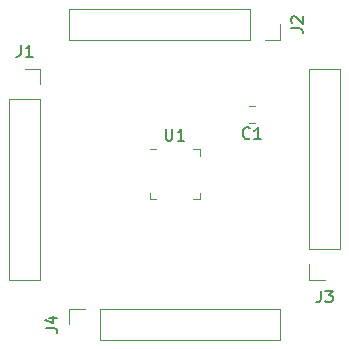
<source format=gbr>
G04 #@! TF.GenerationSoftware,KiCad,Pcbnew,5.1.4+dfsg1-1*
G04 #@! TF.CreationDate,2020-05-14T03:41:50+02:00*
G04 #@! TF.ProjectId,qfn28-breakout,71666e32-382d-4627-9265-616b6f75742e,rev?*
G04 #@! TF.SameCoordinates,Original*
G04 #@! TF.FileFunction,Legend,Top*
G04 #@! TF.FilePolarity,Positive*
%FSLAX46Y46*%
G04 Gerber Fmt 4.6, Leading zero omitted, Abs format (unit mm)*
G04 Created by KiCad (PCBNEW 5.1.4+dfsg1-1) date 2020-05-14 03:41:50*
%MOMM*%
%LPD*%
G04 APERTURE LIST*
%ADD10C,0.120000*%
%ADD11C,0.150000*%
G04 APERTURE END LIST*
D10*
X79720000Y662510000D02*
X79170000Y662510000D01*
X83390000Y658290000D02*
X83390000Y658840000D01*
X82840000Y658290000D02*
X83390000Y658290000D01*
X79170000Y658290000D02*
X79170000Y658840000D01*
X79720000Y658290000D02*
X79170000Y658290000D01*
X83390000Y662510000D02*
X83390000Y661960000D01*
X82840000Y662510000D02*
X83390000Y662510000D01*
X88064078Y666190000D02*
X87546922Y666190000D01*
X88064078Y664770000D02*
X87546922Y664770000D01*
X72330000Y647700000D02*
X72330000Y649030000D01*
X72330000Y649030000D02*
X73660000Y649030000D01*
X74930000Y649030000D02*
X90230000Y649030000D01*
X90230000Y646370000D02*
X90230000Y649030000D01*
X74930000Y646370000D02*
X90230000Y646370000D01*
X74930000Y646370000D02*
X74930000Y649030000D01*
X93980000Y651450000D02*
X92650000Y651450000D01*
X92650000Y651450000D02*
X92650000Y652780000D01*
X92650000Y654050000D02*
X92650000Y669350000D01*
X95310000Y669350000D02*
X92650000Y669350000D01*
X95310000Y654050000D02*
X95310000Y669350000D01*
X95310000Y654050000D02*
X92650000Y654050000D01*
X90230000Y673100000D02*
X90230000Y671770000D01*
X90230000Y671770000D02*
X88900000Y671770000D01*
X87630000Y671770000D02*
X72330000Y671770000D01*
X72330000Y674430000D02*
X72330000Y671770000D01*
X87630000Y674430000D02*
X72330000Y674430000D01*
X87630000Y674430000D02*
X87630000Y671770000D01*
X68580000Y669350000D02*
X69910000Y669350000D01*
X69910000Y669350000D02*
X69910000Y668020000D01*
X69910000Y666750000D02*
X69910000Y651450000D01*
X67250000Y651450000D02*
X69910000Y651450000D01*
X67250000Y666750000D02*
X67250000Y651450000D01*
X67250000Y666750000D02*
X69910000Y666750000D01*
D11*
X80518095Y664247619D02*
X80518095Y663438095D01*
X80565714Y663342857D01*
X80613333Y663295238D01*
X80708571Y663247619D01*
X80899047Y663247619D01*
X80994285Y663295238D01*
X81041904Y663342857D01*
X81089523Y663438095D01*
X81089523Y664247619D01*
X82089523Y663247619D02*
X81518095Y663247619D01*
X81803809Y663247619D02*
X81803809Y664247619D01*
X81708571Y664104761D01*
X81613333Y664009523D01*
X81518095Y663961904D01*
X87638833Y663472857D02*
X87591214Y663425238D01*
X87448357Y663377619D01*
X87353119Y663377619D01*
X87210261Y663425238D01*
X87115023Y663520476D01*
X87067404Y663615714D01*
X87019785Y663806190D01*
X87019785Y663949047D01*
X87067404Y664139523D01*
X87115023Y664234761D01*
X87210261Y664330000D01*
X87353119Y664377619D01*
X87448357Y664377619D01*
X87591214Y664330000D01*
X87638833Y664282380D01*
X88591214Y663377619D02*
X88019785Y663377619D01*
X88305500Y663377619D02*
X88305500Y664377619D01*
X88210261Y664234761D01*
X88115023Y664139523D01*
X88019785Y664091904D01*
X70342380Y647366666D02*
X71056666Y647366666D01*
X71199523Y647319047D01*
X71294761Y647223809D01*
X71342380Y647080952D01*
X71342380Y646985714D01*
X70675714Y648271428D02*
X71342380Y648271428D01*
X70294761Y648033333D02*
X71009047Y647795238D01*
X71009047Y648414285D01*
X93646666Y650557619D02*
X93646666Y649843333D01*
X93599047Y649700476D01*
X93503809Y649605238D01*
X93360952Y649557619D01*
X93265714Y649557619D01*
X94027619Y650557619D02*
X94646666Y650557619D01*
X94313333Y650176666D01*
X94456190Y650176666D01*
X94551428Y650129047D01*
X94599047Y650081428D01*
X94646666Y649986190D01*
X94646666Y649748095D01*
X94599047Y649652857D01*
X94551428Y649605238D01*
X94456190Y649557619D01*
X94170476Y649557619D01*
X94075238Y649605238D01*
X94027619Y649652857D01*
X91122380Y672766666D02*
X91836666Y672766666D01*
X91979523Y672719047D01*
X92074761Y672623809D01*
X92122380Y672480952D01*
X92122380Y672385714D01*
X91217619Y673195238D02*
X91170000Y673242857D01*
X91122380Y673338095D01*
X91122380Y673576190D01*
X91170000Y673671428D01*
X91217619Y673719047D01*
X91312857Y673766666D01*
X91408095Y673766666D01*
X91550952Y673719047D01*
X92122380Y673147619D01*
X92122380Y673766666D01*
X68246666Y671337619D02*
X68246666Y670623333D01*
X68199047Y670480476D01*
X68103809Y670385238D01*
X67960952Y670337619D01*
X67865714Y670337619D01*
X69246666Y670337619D02*
X68675238Y670337619D01*
X68960952Y670337619D02*
X68960952Y671337619D01*
X68865714Y671194761D01*
X68770476Y671099523D01*
X68675238Y671051904D01*
M02*

</source>
